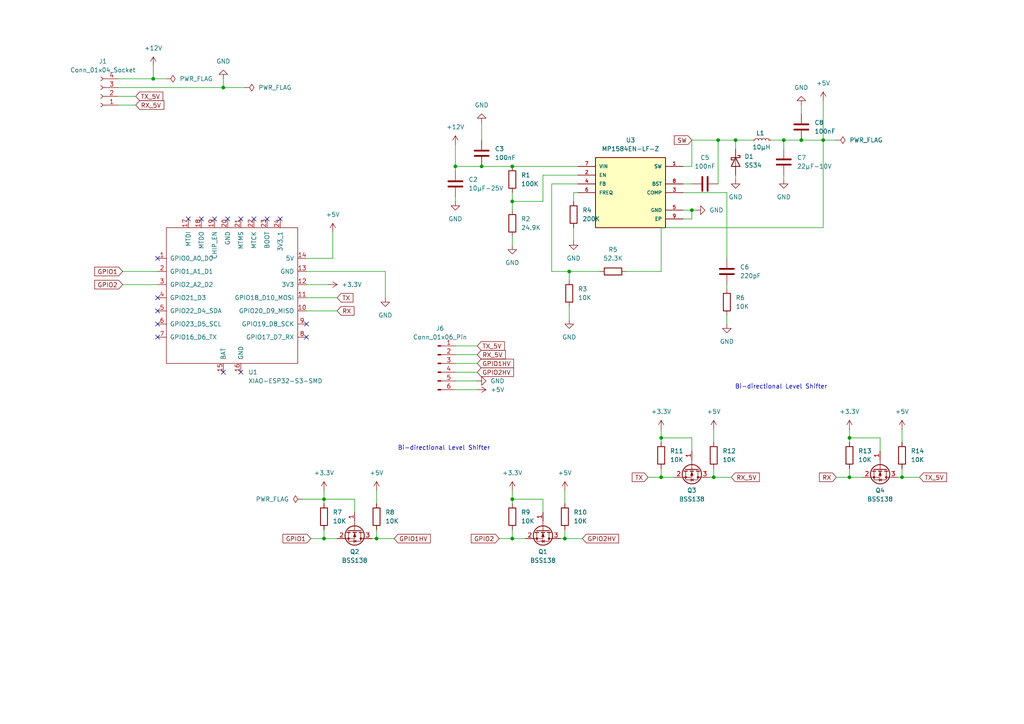
<source format=kicad_sch>
(kicad_sch (version 20250114) (generator "eeschema") (generator_version "9.0")
  (paper "A4")
  (lib_symbols
    (symbol "Connector:Conn_01x04_Socket" (pin_names (offset 1.016) (hide yes))
      (property "Reference" "J" (at 0 5.08 0))
      (property "Value" "Conn_01x04_Socket" (at 0 -7.62 0))
      (symbol "Conn_01x04_Socket_1_1"
        (polyline (pts (xy -1.27 2.54) (xy -0.508 2.54)) (stroke (width 0.1524)))
        (polyline (pts (xy -1.27 0) (xy -0.508 0)) (stroke (width 0.1524)))
        (polyline (pts (xy -1.27 -2.54) (xy -0.508 -2.54)) (stroke (width 0.1524)))
        (polyline (pts (xy -1.27 -5.08) (xy -0.508 -5.08)) (stroke (width 0.1524)))
        (arc (start 0 2.032) (mid -0.5058 2.54) (end 0 3.048) (stroke (width 0.1524)))
        (arc (start 0 -0.508) (mid -0.5058 0) (end 0 0.508) (stroke (width 0.1524)))
        (arc (start 0 -3.048) (mid -0.5058 -2.54) (end 0 -2.032) (stroke (width 0.1524)))
        (arc (start 0 -5.588) (mid -0.5058 -5.08) (end 0 -4.572) (stroke (width 0.1524)))
        (pin passive line (at -5.08 2.54 0) (length 3.81) (name "Pin_1") (number "1"))
        (pin passive line (at -5.08 0 0) (length 3.81) (name "Pin_2") (number "2"))
        (pin passive line (at -5.08 -2.54 0) (length 3.81) (name "Pin_3") (number "3"))
        (pin passive line (at -5.08 -5.08 0) (length 3.81) (name "Pin_4") (number "4"))
      )
    )
    (symbol "Connector:Conn_01x06_Pin" (pin_names (offset 1.016) (hide yes))
      (property "Reference" "J" (at 0 7.62 0))
      (property "Value" "Conn_01x06_Pin" (at 0 -10.16 0))
      (symbol "Conn_01x06_Pin_1_1"
        (rectangle (start 0.8636 5.207) (end 0 4.953) (stroke (width 0.1524)) (fill (type outline)))
        (rectangle (start 0.8636 2.667) (end 0 2.413) (stroke (width 0.1524)) (fill (type outline)))
        (rectangle (start 0.8636 0.127) (end 0 -0.127) (stroke (width 0.1524)) (fill (type outline)))
        (rectangle (start 0.8636 -2.413) (end 0 -2.667) (stroke (width 0.1524)) (fill (type outline)))
        (rectangle (start 0.8636 -4.953) (end 0 -5.207) (stroke (width 0.1524)) (fill (type outline)))
        (rectangle (start 0.8636 -7.493) (end 0 -7.747) (stroke (width 0.1524)) (fill (type outline)))
        (polyline (pts (xy 1.27 5.08) (xy 0.8636 5.08)) (stroke (width 0.1524)))
        (polyline (pts (xy 1.27 2.54) (xy 0.8636 2.54)) (stroke (width 0.1524)))
        (polyline (pts (xy 1.27 0) (xy 0.8636 0)) (stroke (width 0.1524)))
        (polyline (pts (xy 1.27 -2.54) (xy 0.8636 -2.54)) (stroke (width 0.1524)))
        (polyline (pts (xy 1.27 -5.08) (xy 0.8636 -5.08)) (stroke (width 0.1524)))
        (polyline (pts (xy 1.27 -7.62) (xy 0.8636 -7.62)) (stroke (width 0.1524)))
        (pin passive line (at 5.08 5.08 180) (length 3.81) (name "Pin_1") (number "1"))
        (pin passive line (at 5.08 2.54 180) (length 3.81) (name "Pin_2") (number "2"))
        (pin passive line (at 5.08 0 180) (length 3.81) (name "Pin_3") (number "3"))
        (pin passive line (at 5.08 -2.54 180) (length 3.81) (name "Pin_4") (number "4"))
        (pin passive line (at 5.08 -5.08 180) (length 3.81) (name "Pin_5") (number "5"))
        (pin passive line (at 5.08 -7.62 180) (length 3.81) (name "Pin_6") (number "6"))
      )
    )
    (symbol "Device:C" (pin_numbers (hide yes)) (pin_names (offset 0.254))
      (property "Reference" "C" (at 0.635 2.54 0))
      (property "Value" "C" (at 0.635 -2.54 0))
      (symbol "C_0_1"
        (polyline (pts (xy -2.032 0.762) (xy 2.032 0.762)) (stroke (width 0.508)))
        (polyline (pts (xy -2.032 -0.762) (xy 2.032 -0.762)) (stroke (width 0.508)))
      )
      (symbol "C_1_1"
        (pin passive line (at 0 3.81 270) (length 2.794) (name "~") (number "1"))
        (pin passive line (at 0 -3.81 90) (length 2.794) (name "~") (number "2"))
      )
    )
    (symbol "Device:L_Small" (pin_numbers (hide yes)) (pin_names (offset 0.254) (hide yes))
      (property "Reference" "L" (at 0.762 1.016 0))
      (property "Value" "L_Small" (at 0.762 -1.016 0))
      (symbol "L_Small_0_1"
        (arc (start 0 2.032) (mid 0.5058 1.524) (end 0 1.016))
        (arc (start 0 1.016) (mid 0.5058 0.508) (end 0 0))
        (arc (start 0 0) (mid 0.5058 -0.508) (end 0 -1.016))
        (arc (start 0 -1.016) (mid 0.5058 -1.524) (end 0 -2.032))
      )
      (symbol "L_Small_1_1"
        (pin passive line (at 0 2.54 270) (length 0.508) (name "~") (number "1"))
        (pin passive line (at 0 -2.54 90) (length 0.508) (name "~") (number "2"))
      )
    )
    (symbol "Device:R" (pin_numbers (hide yes)) (pin_names (offset 0))
      (property "Reference" "R" (at 2.032 0 90))
      (property "Value" "R" (at 0 0 90))
      (symbol "R_0_1"
        (rectangle (start -1.016 -2.54) (end 1.016 2.54) (stroke (width 0.254)))
      )
      (symbol "R_1_1"
        (pin passive line (at 0 3.81 270) (length 1.27) (name "~") (number "1"))
        (pin passive line (at 0 -3.81 90) (length 1.27) (name "~") (number "2"))
      )
    )
    (symbol "Diode:SS34" (pin_numbers (hide yes)) (pin_names (offset 1.016) (hide yes))
      (property "Reference" "D" (at 0 2.54 0))
      (property "Value" "SS34" (at 0 -2.54 0))
      (symbol "SS34_0_1"
        (polyline (pts (xy -1.905 0.635) (xy -1.905 1.27) (xy -1.27 1.27) (xy -1.27 -1.27) (xy -0.635 -1.27) (xy -0.635 -0.635)) (stroke (width 0.254)))
        (polyline (pts (xy 1.27 1.27) (xy 1.27 -1.27) (xy -1.27 0) (xy 1.27 1.27)) (stroke (width 0.254)))
        (polyline (pts (xy 1.27 0) (xy -1.27 0)))
      )
      (symbol "SS34_1_1"
        (pin passive line (at -3.81 0 0) (length 2.54) (name "K") (number "1"))
        (pin passive line (at 3.81 0 180) (length 2.54) (name "A") (number "2"))
      )
    )
    (symbol "MP1584EN-LF-Z:MP1584EN-LF-Z" (pin_names (offset 1.016))
      (property "Reference" "U" (at -10.1897 10.9615 0))
      (property "Value" "MP1584EN-LF-Z" (at -10.1903 -12.7436 0))
      (symbol "MP1584EN-LF-Z_0_0"
        (rectangle (start -10.16 -10.16) (end 10.16 10.16) (stroke (width 0.254)) (fill (type background)))
        (pin input line (at -15.24 7.62 0) (length 5.08) (name "VIN") (number "7"))
        (pin input line (at -15.24 5.08 0) (length 5.08) (name "EN") (number "2"))
        (pin input line (at -15.24 2.54 0) (length 5.08) (name "FB") (number "4"))
        (pin passive line (at -15.24 0 0) (length 5.08) (name "FREQ") (number "6"))
        (pin output line (at 15.24 7.62 180) (length 5.08) (name "SW") (number "1"))
        (pin passive line (at 15.24 2.54 180) (length 5.08) (name "BST") (number "8"))
        (pin passive line (at 15.24 0 180) (length 5.08) (name "COMP") (number "3"))
        (pin power_in line (at 15.24 -5.08 180) (length 5.08) (name "GND") (number "5"))
        (pin power_in line (at 15.24 -7.62 180) (length 5.08) (name "EP") (number "9"))
      )
    )
    (symbol "Seeed_Studio_XIAO_Series:XIAO-ESP32-C6-SMD" (pin_names (offset 1.016))
      (property "Reference" "U" (at -18.542 23.114 0))
      (property "Value" "XIAO-ESP32-S3-SMD" (at -8.382 21.336 0))
      (symbol "XIAO-ESP32-C6-SMD_0_1"
        (rectangle (start 19.05 -19.05) (end -19.05 20.32))
      )
      (symbol "XIAO-ESP32-C6-SMD_1_1"
        (pin passive line (at -21.59 11.43 0) (length 2.54) (name "GPIO0_A0_D0") (number "1"))
        (pin passive line (at -21.59 7.62 0) (length 2.54) (name "GPIO1_A1_D1") (number "2"))
        (pin passive line (at -21.59 3.81 0) (length 2.54) (name "GPIO2_A2_D2") (number "3"))
        (pin passive line (at -21.59 0 0) (length 2.54) (name "GPIO21_D3") (number "4"))
        (pin passive line (at -21.59 -3.81 0) (length 2.54) (name "GPIO22_D4_SDA") (number "5"))
        (pin passive line (at -21.59 -7.62 0) (length 2.54) (name "GPIO23_D5_SCL") (number "6"))
        (pin passive line (at -21.59 -11.43 0) (length 2.54) (name "GPIO16_D6_TX") (number "7"))
        (pin passive line (at -12.7 22.86 270) (length 2.54) (name "MTDI") (number "17"))
        (pin passive line (at -8.89 22.86 270) (length 2.54) (name "MTDO") (number "18"))
        (pin passive line (at -5.08 22.86 270) (length 2.54) (name "CHIP_EN") (number "19"))
        (pin passive line (at -2.54 -21.59 90) (length 2.54) (name "BAT") (number "15"))
        (pin passive line (at -1.27 22.86 270) (length 2.54) (name "GND") (number "20"))
        (pin passive line (at 2.54 22.86 270) (length 2.54) (name "MTMS") (number "21"))
        (pin passive line (at 2.54 -21.59 90) (length 2.54) (name "GND") (number "16"))
        (pin passive line (at 6.35 22.86 270) (length 2.54) (name "MTCK") (number "22"))
        (pin passive line (at 10.16 22.86 270) (length 2.54) (name "BOOT") (number "23"))
        (pin passive line (at 13.97 22.86 270) (length 2.54) (name "3V3_1") (number "24"))
        (pin passive line (at 21.59 11.43 180) (length 2.54) (name "5V") (number "14"))
        (pin passive line (at 21.59 7.62 180) (length 2.54) (name "GND") (number "13"))
        (pin passive line (at 21.59 3.81 180) (length 2.54) (name "3V3") (number "12"))
        (pin passive line (at 21.59 0 180) (length 2.54) (name "GPIO18_D10_MOSI") (number "11"))
        (pin passive line (at 21.59 -3.81 180) (length 2.54) (name "GPIO20_D9_MISO") (number "10"))
        (pin passive line (at 21.59 -7.62 180) (length 2.54) (name "GPIO19_D8_SCK") (number "9"))
        (pin passive line (at 21.59 -11.43 180) (length 2.54) (name "GPIO17_D7_RX") (number "8"))
      )
    )
    (symbol "Transistor_FET:BSS138" (pin_names (offset 0) (hide yes))
      (property "Reference" "Q" (at 5.08 1.905 0))
      (property "Value" "BSS138" (at 5.08 0 0))
      (symbol "BSS138_0_1"
        (polyline (pts (xy 0.254 1.905) (xy 0.254 -1.905)) (stroke (width 0.254)))
        (polyline (pts (xy 0.254 0) (xy -2.54 0)))
        (polyline (pts (xy 0.762 2.286) (xy 0.762 1.27)) (stroke (width 0.254)))
        (polyline (pts (xy 0.762 0.508) (xy 0.762 -0.508)) (stroke (width 0.254)))
        (polyline (pts (xy 0.762 -1.27) (xy 0.762 -2.286)) (stroke (width 0.254)))
        (polyline (pts (xy 0.762 -1.778) (xy 3.302 -1.778) (xy 3.302 1.778) (xy 0.762 1.778)))
        (polyline (pts (xy 1.016 0) (xy 2.032 0.381) (xy 2.032 -0.381) (xy 1.016 0)) (fill (type outline)))
        (circle (center 1.651 0) (radius 2.794) (stroke (width 0.254)))
        (polyline (pts (xy 2.54 2.54) (xy 2.54 1.778)))
        (circle (center 2.54 1.778) (radius 0.254) (fill (type outline)))
        (circle (center 2.54 -1.778) (radius 0.254) (fill (type outline)))
        (polyline (pts (xy 2.54 -2.54) (xy 2.54 0) (xy 0.762 0)))
        (polyline (pts (xy 2.921 0.381) (xy 3.683 0.381)))
        (polyline (pts (xy 3.302 0.381) (xy 2.921 -0.254) (xy 3.683 -0.254) (xy 3.302 0.381)))
      )
      (symbol "BSS138_1_1"
        (pin input line (at -5.08 0 0) (length 2.54) (name "G") (number "1"))
        (pin passive line (at 2.54 5.08 270) (length 2.54) (name "D") (number "3"))
        (pin passive line (at 2.54 -5.08 90) (length 2.54) (name "S") (number "2"))
      )
    )
    (symbol "power:+12V" (power) (pin_numbers (hide yes)) (pin_names (offset 0) (hide yes))
      (property "Value" "+12V" (at 0 3.556 0))
      (symbol "+12V_0_1"
        (polyline (pts (xy -0.762 1.27) (xy 0 2.54)))
        (polyline (pts (xy 0 2.54) (xy 0.762 1.27)))
        (polyline (pts (xy 0 0) (xy 0 2.54)))
      )
      (symbol "+12V_1_1"
        (pin power_in line (at 0 0 90) (length 0) (name "~") (number "1"))
      )
    )
    (symbol "power:+3.3V" (power) (pin_numbers (hide yes)) (pin_names (offset 0) (hide yes))
      (property "Value" "+3.3V" (at 0 3.556 0))
      (symbol "+3.3V_0_1"
        (polyline (pts (xy -0.762 1.27) (xy 0 2.54)))
        (polyline (pts (xy 0 2.54) (xy 0.762 1.27)))
        (polyline (pts (xy 0 0) (xy 0 2.54)))
      )
      (symbol "+3.3V_1_1"
        (pin power_in line (at 0 0 90) (length 0) (name "~") (number "1"))
      )
    )
    (symbol "power:+5V" (power) (pin_numbers (hide yes)) (pin_names (offset 0) (hide yes))
      (property "Value" "+5V" (at 0 3.556 0))
      (symbol "+5V_0_1"
        (polyline (pts (xy -0.762 1.27) (xy 0 2.54)))
        (polyline (pts (xy 0 2.54) (xy 0.762 1.27)))
        (polyline (pts (xy 0 0) (xy 0 2.54)))
      )
      (symbol "+5V_1_1"
        (pin power_in line (at 0 0 90) (length 0) (name "~") (number "1"))
      )
    )
    (symbol "power:GND" (power) (pin_numbers (hide yes)) (pin_names (offset 0) (hide yes))
      (property "Value" "GND" (at 0 -3.81 0))
      (symbol "GND_0_1"
        (polyline (pts (xy 0 0) (xy 0 -1.27) (xy 1.27 -1.27) (xy 0 -2.54) (xy -1.27 -1.27) (xy 0 -1.27)))
      )
      (symbol "GND_1_1"
        (pin power_in line (at 0 0 270) (length 0) (name "~") (number "1"))
      )
    )
    (symbol "power:PWR_FLAG" (power) (pin_numbers (hide yes)) (pin_names (offset 0) (hide yes))
      (property "Value" "PWR_FLAG" (at 0 3.81 0))
      (symbol "PWR_FLAG_0_0"
        (pin power_out line (at 0 0 90) (length 0) (name "~") (number "1"))
      )
      (symbol "PWR_FLAG_0_1"
        (polyline (pts (xy 0 0) (xy 0 1.27) (xy -1.016 1.905) (xy 0 2.54) (xy 1.016 1.905) (xy 0 1.27)))
      )
    )
  )
  (text "Bi-directional Level Shifter" (at 128.778 130.048 0) (effects (font (size 1.27 1.27))))
  (text "Bi-directional Level Shifter" (at 226.568 112.268 0) (effects (font (size 1.27 1.27))))
  (junction (at 238.76 40.64))
  (junction (at 148.59 156.21))
  (junction (at 139.7 48.26))
  (junction (at 93.98 156.21))
  (junction (at 165.1 78.74))
  (junction (at 227.33 40.64))
  (junction (at 44.45 22.86))
  (junction (at 132.08 48.26))
  (junction (at 148.59 48.26))
  (junction (at 207.01 138.43))
  (junction (at 261.62 138.43))
  (junction (at 246.38 138.43))
  (junction (at 109.22 156.21))
  (junction (at 148.59 58.42))
  (junction (at 213.36 40.64))
  (junction (at 148.59 144.78))
  (junction (at 208.28 40.64))
  (junction (at 191.77 138.43))
  (junction (at 200.66 60.96))
  (junction (at 93.98 144.78))
  (junction (at 232.41 40.64))
  (junction (at 246.38 127))
  (junction (at 64.77 25.4))
  (junction (at 163.83 156.21))
  (junction (at 191.77 127))
  (no_connect (at 45.72 74.93))
  (no_connect (at 45.72 93.98))
  (no_connect (at 45.72 90.17))
  (no_connect (at 81.28 63.5))
  (no_connect (at 58.42 63.5))
  (no_connect (at 45.72 97.79))
  (no_connect (at 69.85 63.5))
  (no_connect (at 66.04 63.5))
  (no_connect (at 69.85 107.95))
  (no_connect (at 88.9 93.98))
  (no_connect (at 64.77 107.95))
  (no_connect (at 88.9 97.79))
  (no_connect (at 62.23 63.5))
  (no_connect (at 45.72 86.36))
  (no_connect (at 54.61 63.5))
  (no_connect (at 73.66 63.5))
  (no_connect (at 77.47 63.5))
  (wire (pts (xy 201.93 60.96) (xy 200.66 60.96)))
  (wire (pts (xy 157.48 144.78) (xy 148.59 144.78)))
  (wire (pts (xy 132.08 48.26) (xy 132.08 49.53)))
  (wire (pts (xy 198.12 53.34) (xy 200.66 53.34)))
  (wire (pts (xy 227.33 40.64) (xy 227.33 43.18)))
  (wire (pts (xy 191.77 138.43) (xy 191.77 135.89)))
  (wire (pts (xy 102.87 148.59) (xy 102.87 144.78)))
  (wire (pts (xy 148.59 142.24) (xy 148.59 144.78)))
  (wire (pts (xy 88.9 82.55) (xy 95.25 82.55)))
  (wire (pts (xy 261.62 124.46) (xy 261.62 128.27)))
  (wire (pts (xy 109.22 156.21) (xy 114.3 156.21)))
  (wire (pts (xy 167.64 50.8) (xy 157.48 50.8)))
  (wire (pts (xy 163.83 142.24) (xy 163.83 146.05)))
  (wire (pts (xy 93.98 144.78) (xy 93.98 146.05)))
  (wire (pts (xy 232.41 30.48) (xy 232.41 33.02)))
  (wire (pts (xy 191.77 66.04) (xy 238.76 66.04)))
  (wire (pts (xy 163.83 156.21) (xy 168.91 156.21)))
  (wire (pts (xy 148.59 68.58) (xy 148.59 71.12)))
  (wire (pts (xy 227.33 50.8) (xy 227.33 52.07)))
  (wire (pts (xy 132.08 113.03) (xy 138.43 113.03)))
  (wire (pts (xy 132.08 107.95) (xy 138.43 107.95)))
  (wire (pts (xy 261.62 138.43) (xy 266.7 138.43)))
  (wire (pts (xy 207.01 138.43) (xy 207.01 135.89)))
  (wire (pts (xy 213.36 40.64) (xy 218.44 40.64)))
  (wire (pts (xy 157.48 148.59) (xy 157.48 144.78)))
  (wire (pts (xy 88.9 90.17) (xy 97.79 90.17)))
  (wire (pts (xy 132.08 102.87) (xy 138.43 102.87)))
  (wire (pts (xy 181.61 78.74) (xy 191.77 78.74)))
  (wire (pts (xy 166.37 66.04) (xy 166.37 69.85)))
  (wire (pts (xy 148.59 144.78) (xy 148.59 146.05)))
  (wire (pts (xy 200.66 40.64) (xy 208.28 40.64)))
  (wire (pts (xy 132.08 41.91) (xy 132.08 48.26)))
  (wire (pts (xy 238.76 66.04) (xy 238.76 40.64)))
  (wire (pts (xy 139.7 48.26) (xy 132.08 48.26)))
  (wire (pts (xy 64.77 25.4) (xy 64.77 22.86)))
  (wire (pts (xy 191.77 124.46) (xy 191.77 127)))
  (wire (pts (xy 207.01 124.46) (xy 207.01 128.27)))
  (wire (pts (xy 97.79 156.21) (xy 93.98 156.21)))
  (wire (pts (xy 109.22 142.24) (xy 109.22 146.05)))
  (wire (pts (xy 34.29 22.86) (xy 44.45 22.86)))
  (wire (pts (xy 198.12 55.88) (xy 210.82 55.88)))
  (wire (pts (xy 238.76 29.21) (xy 238.76 40.64)))
  (wire (pts (xy 238.76 40.64) (xy 242.57 40.64)))
  (wire (pts (xy 166.37 55.88) (xy 166.37 58.42)))
  (wire (pts (xy 34.29 25.4) (xy 64.77 25.4)))
  (wire (pts (xy 87.63 144.78) (xy 93.98 144.78)))
  (wire (pts (xy 148.59 48.26) (xy 139.7 48.26)))
  (wire (pts (xy 198.12 63.5) (xy 200.66 63.5)))
  (wire (pts (xy 195.58 138.43) (xy 191.77 138.43)))
  (wire (pts (xy 93.98 142.24) (xy 93.98 144.78)))
  (wire (pts (xy 200.66 63.5) (xy 200.66 60.96)))
  (wire (pts (xy 93.98 144.78) (xy 102.87 144.78)))
  (wire (pts (xy 160.02 78.74) (xy 165.1 78.74)))
  (wire (pts (xy 208.28 40.64) (xy 208.28 53.34)))
  (wire (pts (xy 148.59 55.88) (xy 148.59 58.42)))
  (wire (pts (xy 132.08 105.41) (xy 138.43 105.41)))
  (wire (pts (xy 255.27 130.81) (xy 255.27 127)))
  (wire (pts (xy 34.29 27.94) (xy 39.37 27.94)))
  (wire (pts (xy 187.96 138.43) (xy 191.77 138.43)))
  (wire (pts (xy 165.1 78.74) (xy 173.99 78.74)))
  (wire (pts (xy 96.52 74.93) (xy 96.52 67.31)))
  (wire (pts (xy 232.41 40.64) (xy 227.33 40.64)))
  (wire (pts (xy 34.29 30.48) (xy 39.37 30.48)))
  (wire (pts (xy 210.82 82.55) (xy 210.82 83.82)))
  (wire (pts (xy 255.27 127) (xy 246.38 127)))
  (wire (pts (xy 163.83 156.21) (xy 163.83 153.67)))
  (wire (pts (xy 139.7 35.56) (xy 139.7 40.64)))
  (wire (pts (xy 191.77 78.74) (xy 191.77 66.04)))
  (wire (pts (xy 167.64 55.88) (xy 166.37 55.88)))
  (wire (pts (xy 148.59 48.26) (xy 167.64 48.26)))
  (wire (pts (xy 205.74 138.43) (xy 207.01 138.43)))
  (wire (pts (xy 246.38 124.46) (xy 246.38 127)))
  (wire (pts (xy 44.45 22.86) (xy 48.26 22.86)))
  (wire (pts (xy 200.66 48.26) (xy 200.66 40.64)))
  (wire (pts (xy 242.57 138.43) (xy 246.38 138.43)))
  (wire (pts (xy 191.77 127) (xy 191.77 128.27)))
  (wire (pts (xy 35.56 78.74) (xy 45.72 78.74)))
  (wire (pts (xy 111.76 86.36) (xy 111.76 78.74)))
  (wire (pts (xy 167.64 53.34) (xy 160.02 53.34)))
  (wire (pts (xy 213.36 40.64) (xy 213.36 43.18)))
  (wire (pts (xy 261.62 138.43) (xy 261.62 135.89)))
  (wire (pts (xy 93.98 156.21) (xy 93.98 153.67)))
  (wire (pts (xy 148.59 156.21) (xy 148.59 153.67)))
  (wire (pts (xy 165.1 88.9) (xy 165.1 92.71)))
  (wire (pts (xy 260.35 138.43) (xy 261.62 138.43)))
  (wire (pts (xy 162.56 156.21) (xy 163.83 156.21)))
  (wire (pts (xy 111.76 78.74) (xy 88.9 78.74)))
  (wire (pts (xy 208.28 40.64) (xy 213.36 40.64)))
  (wire (pts (xy 107.95 156.21) (xy 109.22 156.21)))
  (wire (pts (xy 246.38 138.43) (xy 246.38 135.89)))
  (wire (pts (xy 210.82 91.44) (xy 210.82 93.98)))
  (wire (pts (xy 148.59 58.42) (xy 148.59 60.96)))
  (wire (pts (xy 200.66 130.81) (xy 200.66 127)))
  (wire (pts (xy 210.82 55.88) (xy 210.82 74.93)))
  (wire (pts (xy 64.77 25.4) (xy 71.12 25.4)))
  (wire (pts (xy 90.17 156.21) (xy 93.98 156.21)))
  (wire (pts (xy 200.66 60.96) (xy 198.12 60.96)))
  (wire (pts (xy 88.9 74.93) (xy 96.52 74.93)))
  (wire (pts (xy 165.1 78.74) (xy 165.1 81.28)))
  (wire (pts (xy 250.19 138.43) (xy 246.38 138.43)))
  (wire (pts (xy 144.78 156.21) (xy 148.59 156.21)))
  (wire (pts (xy 88.9 86.36) (xy 97.79 86.36)))
  (wire (pts (xy 223.52 40.64) (xy 227.33 40.64)))
  (wire (pts (xy 132.08 57.15) (xy 132.08 58.42)))
  (wire (pts (xy 207.01 138.43) (xy 212.09 138.43)))
  (wire (pts (xy 35.56 82.55) (xy 45.72 82.55)))
  (wire (pts (xy 109.22 156.21) (xy 109.22 153.67)))
  (wire (pts (xy 132.08 110.49) (xy 138.43 110.49)))
  (wire (pts (xy 246.38 127) (xy 246.38 128.27)))
  (wire (pts (xy 44.45 19.05) (xy 44.45 22.86)))
  (wire (pts (xy 213.36 50.8) (xy 213.36 52.07)))
  (wire (pts (xy 148.59 58.42) (xy 157.48 58.42)))
  (wire (pts (xy 191.77 127) (xy 200.66 127)))
  (wire (pts (xy 152.4 156.21) (xy 148.59 156.21)))
  (wire (pts (xy 238.76 40.64) (xy 232.41 40.64)))
  (wire (pts (xy 198.12 48.26) (xy 200.66 48.26)))
  (wire (pts (xy 157.48 50.8) (xy 157.48 58.42)))
  (wire (pts (xy 132.08 100.33) (xy 138.43 100.33)))
  (wire (pts (xy 160.02 53.34) (xy 160.02 78.74)))
  (global_label "GPIO1HV" (shape input) (at 114.3 156.21 0) (property "Intersheetrefs" "${INTERSHEET_REFS}" (effects (hide yes))))
  (global_label "GPIO2HV" (shape input) (at 138.43 107.95 0) (property "Intersheetrefs" "${INTERSHEET_REFS}" (effects (hide yes))))
  (global_label "RX" (shape input) (at 97.79 90.17 0) (property "Intersheetrefs" "${INTERSHEET_REFS}" (effects (hide yes))))
  (global_label "RX_5V" (shape input) (at 212.09 138.43 0) (property "Intersheetrefs" "${INTERSHEET_REFS}" (effects (hide yes))))
  (global_label "RX_5V" (shape input) (at 138.43 102.87 0) (property "Intersheetrefs" "${INTERSHEET_REFS}" (effects (hide yes))))
  (global_label "GPIO1HV" (shape input) (at 138.43 105.41 0) (property "Intersheetrefs" "${INTERSHEET_REFS}" (effects (hide yes))))
  (global_label "TX" (shape input) (at 97.79 86.36 0) (property "Intersheetrefs" "${INTERSHEET_REFS}" (effects (hide yes))))
  (global_label "TX" (shape input) (at 187.96 138.43 180) (property "Intersheetrefs" "${INTERSHEET_REFS}" (effects (hide yes))))
  (global_label "GPIO2HV" (shape input) (at 168.91 156.21 0) (property "Intersheetrefs" "${INTERSHEET_REFS}" (effects (hide yes))))
  (global_label "RX" (shape input) (at 242.57 138.43 180) (property "Intersheetrefs" "${INTERSHEET_REFS}" (effects (hide yes))))
  (global_label "TX_5V" (shape input) (at 39.37 27.94 0) (property "Intersheetrefs" "${INTERSHEET_REFS}" (effects (hide yes))))
  (global_label "RX_5V" (shape input) (at 39.37 30.48 0) (property "Intersheetrefs" "${INTERSHEET_REFS}" (effects (hide yes))))
  (global_label "TX_5V" (shape input) (at 138.43 100.33 0) (property "Intersheetrefs" "${INTERSHEET_REFS}" (effects (hide yes))))
  (global_label "GPIO2" (shape input) (at 144.78 156.21 180) (property "Intersheetrefs" "${INTERSHEET_REFS}" (effects (hide yes))))
  (global_label "TX_5V" (shape input) (at 266.7 138.43 0) (property "Intersheetrefs" "${INTERSHEET_REFS}" (effects (hide yes))))
  (global_label "SW" (shape input) (at 200.66 40.64 180) (property "Intersheetrefs" "${INTERSHEET_REFS}" (effects (hide yes))))
  (global_label "GPIO1" (shape input) (at 35.56 78.74 180) (property "Intersheetrefs" "${INTERSHEET_REFS}" (effects (hide yes))))
  (global_label "GPIO2" (shape input) (at 35.56 82.55 180) (property "Intersheetrefs" "${INTERSHEET_REFS}" (effects (hide yes))))
  (global_label "GPIO1" (shape input) (at 90.17 156.21 180) (property "Intersheetrefs" "${INTERSHEET_REFS}" (effects (hide yes))))
  (symbol (lib_id "Connector:Conn_01x06_Pin") (at 127 105.41 0) (unit 1)
    (property "Reference" "J6" (at 127.635 95.25 0))
    (property "Value" "Conn_01x06_Pin" (at 127.635 97.79 0))
    (property "Footprint" "Connector_JST:JST_SH_BM06B-SRSS-TB_1x06-1MP_P1.00mm_Vertical" (effects (hide yes)))
    (property "Description" "Generic connector, single row, 01x06, script generated" (effects (hide yes)))
  )
  (symbol (lib_id "power:+5V") (at 163.83 142.24 0) (unit 1)
    (property "Reference" "#PWR04" (effects (hide yes)))
    (property "Value" "+5V" (at 163.83 137.16 0))
    (property "Description" "Power symbol creates a global label with name \"+5V\"" (effects (hide yes)))
  )
  (symbol (lib_id "power:GND") (at 201.93 60.96 90) (unit 1)
    (property "Reference" "#PWR019" (effects (hide yes)))
    (property "Value" "GND" (at 205.74 60.9599 90) (effects (justify right)))
    (property "Description" "Power symbol creates a global label with name \"GND\" , ground" (effects (hide yes)))
  )
  (symbol (lib_id "power:+5V") (at 96.52 67.31 0) (unit 1)
    (property "Reference" "#PWR06" (effects (hide yes)))
    (property "Value" "+5V" (at 96.52 62.23 0))
    (property "Description" "Power symbol creates a global label with name \"+5V\"" (effects (hide yes)))
  )
  (symbol (lib_id "power:GND") (at 213.36 52.07 0) (unit 1)
    (property "Reference" "#PWR021" (effects (hide yes)))
    (property "Value" "GND" (at 213.36 57.15 0))
    (property "Description" "Power symbol creates a global label with name \"GND\" , ground" (effects (hide yes)))
  )
  (symbol (lib_id "power:GND") (at 166.37 69.85 0) (unit 1)
    (property "Reference" "#PWR018" (effects (hide yes)))
    (property "Value" "GND" (at 166.37 74.93 0))
    (property "Description" "Power symbol creates a global label with name \"GND\" , ground" (effects (hide yes)))
  )
  (symbol (lib_id "Transistor_FET:BSS138") (at 255.27 135.89 270) (unit 1)
    (property "Reference" "Q4" (at 255.27 142.24 90))
    (property "Value" "BSS138" (at 255.27 144.78 90))
    (property "Footprint" "Package_TO_SOT_SMD:SOT-23" (effects (hide yes)))
    (property "Datasheet" "https://www.onsemi.com/pub/Collateral/BSS138-D.PDF" (effects (hide yes)))
    (property "Description" "50V Vds, 0.22A Id, N-Channel MOSFET, SOT-23" (effects (hide yes)))
  )
  (symbol (lib_id "power:+3.3V") (at 191.77 124.46 0) (unit 1)
    (property "Reference" "#PWR08" (effects (hide yes)))
    (property "Value" "+3.3V" (at 191.77 119.38 0))
    (property "Description" "Power symbol creates a global label with name \"+3.3V\"" (effects (hide yes)))
  )
  (symbol (lib_id "Transistor_FET:BSS138") (at 200.66 135.89 270) (unit 1)
    (property "Reference" "Q3" (at 200.66 142.24 90))
    (property "Value" "BSS138" (at 200.66 144.78 90))
    (property "Footprint" "Package_TO_SOT_SMD:SOT-23" (effects (hide yes)))
    (property "Datasheet" "https://www.onsemi.com/pub/Collateral/BSS138-D.PDF" (effects (hide yes)))
    (property "Description" "50V Vds, 0.22A Id, N-Channel MOSFET, SOT-23" (effects (hide yes)))
  )
  (symbol (lib_id "power:+3.3V") (at 148.59 142.24 0) (unit 1)
    (property "Reference" "#PWR03" (effects (hide yes)))
    (property "Value" "+3.3V" (at 148.59 137.16 0))
    (property "Description" "Power symbol creates a global label with name \"+3.3V\"" (effects (hide yes)))
  )
  (symbol (lib_id "MP1584EN-LF-Z:MP1584EN-LF-Z") (at 182.88 55.88 0) (unit 1)
    (property "Reference" "U3" (at 182.88 40.64 0))
    (property "Value" "MP1584EN-LF-Z" (at 182.88 43.18 0))
    (property "Footprint" "Package_SO:SOIC-8-1EP_3.9x4.9mm_P1.27mm_EP2.29x3mm" (effects (hide yes)))
    (property "STANDARD" "IPC-7351B" (effects (hide yes)))
    (property "PACKAGE" "SOIC-8" (effects (hide yes)))
    (property "PRICE" "2.72 USD" (effects (hide yes)))
    (property "MANUFACTURER" "Monolithic Power Systems" (effects (hide yes)))
  )
  (symbol (lib_id "Device:R") (at 148.59 149.86 0) (unit 1)
    (property "Reference" "R9" (at 151.13 148.5899 0) (effects (justify left)))
    (property "Value" "10K" (at 151.13 151.1299 0) (effects (justify left)))
    (property "Footprint" "Resistor_SMD:R_0805_2012Metric" (effects (hide yes)))
    (property "Description" "Resistor" (effects (hide yes)))
  )
  (symbol (lib_id "Device:R") (at 261.62 132.08 0) (unit 1)
    (property "Reference" "R14" (at 264.16 130.8099 0) (effects (justify left)))
    (property "Value" "10K" (at 264.16 133.3499 0) (effects (justify left)))
    (property "Footprint" "Resistor_SMD:R_0805_2012Metric" (effects (hide yes)))
    (property "Description" "Resistor" (effects (hide yes)))
  )
  (symbol (lib_id "Device:L_Small") (at 220.98 40.64 90) (unit 1)
    (property "Reference" "L1" (at 221.742 38.608 90) (effects (justify left)))
    (property "Value" "10µH" (at 223.52 42.672 90) (effects (justify left)))
    (property "Footprint" "Inductor_SMD:L_APV_APH0530" (effects (hide yes)))
    (property "Description" "Inductor, small symbol" (effects (hide yes)))
  )
  (symbol (lib_id "power:GND") (at 165.1 92.71 0) (unit 1)
    (property "Reference" "#PWR017" (effects (hide yes)))
    (property "Value" "GND" (at 165.1 97.79 0))
    (property "Description" "Power symbol creates a global label with name \"GND\" , ground" (effects (hide yes)))
  )
  (symbol (lib_id "Device:C") (at 132.08 53.34 0) (unit 1)
    (property "Reference" "C2" (at 135.89 52.0699 0) (effects (justify left)))
    (property "Value" "10µF-25V" (at 135.89 54.6099 0) (effects (justify left)))
    (property "Footprint" "Capacitor_SMD:C_1206_3216Metric" (effects (hide yes)))
    (property "Description" "Unpolarized capacitor" (effects (hide yes)))
  )
  (symbol (lib_id "power:+5V") (at 207.01 124.46 0) (unit 1)
    (property "Reference" "#PWR011" (effects (hide yes)))
    (property "Value" "+5V" (at 207.01 119.38 0))
    (property "Description" "Power symbol creates a global label with name \"+5V\"" (effects (hide yes)))
  )
  (symbol (lib_id "power:GND") (at 138.43 110.49 90) (unit 1)
    (property "Reference" "#PWR027" (effects (hide yes)))
    (property "Value" "GND" (at 142.24 110.4899 90) (effects (justify right)))
    (property "Description" "Power symbol creates a global label with name \"GND\" , ground" (effects (hide yes)))
  )
  (symbol (lib_id "Device:R") (at 207.01 132.08 0) (unit 1)
    (property "Reference" "R12" (at 209.55 130.8099 0) (effects (justify left)))
    (property "Value" "10K" (at 209.55 133.3499 0) (effects (justify left)))
    (property "Footprint" "Resistor_SMD:R_0805_2012Metric" (effects (hide yes)))
    (property "Description" "Resistor" (effects (hide yes)))
  )
  (symbol (lib_id "power:+5V") (at 138.43 113.03 270) (unit 1)
    (property "Reference" "#PWR025" (effects (hide yes)))
    (property "Value" "+5V" (at 142.24 113.0299 90) (effects (justify left)))
    (property "Description" "Power symbol creates a global label with name \"+5V\"" (effects (hide yes)))
  )
  (symbol (lib_id "Seeed_Studio_XIAO_Series:XIAO-ESP32-C6-SMD") (at 67.31 86.36 0) (unit 1)
    (property "Reference" "U1" (at 71.9933 107.95 0) (effects (justify left)))
    (property "Value" "XIAO-ESP32-S3-SMD" (at 71.9933 110.49 0) (effects (justify left)))
    (property "Footprint" "acw02_zb:XIAO-ESP32C6-SMD" (effects (hide yes)))
  )
  (symbol (lib_id "power:GND") (at 64.77 22.86 180) (unit 1)
    (property "Reference" "#PWR01" (effects (hide yes)))
    (property "Value" "GND" (at 64.77 17.78 0))
    (property "Description" "Power symbol creates a global label with name \"GND\" , ground" (effects (hide yes)))
  )
  (symbol (lib_id "power:GND") (at 227.33 52.07 0) (unit 1)
    (property "Reference" "#PWR022" (effects (hide yes)))
    (property "Value" "GND" (at 227.33 57.15 0))
    (property "Description" "Power symbol creates a global label with name \"GND\" , ground" (effects (hide yes)))
  )
  (symbol (lib_id "Device:R") (at 165.1 85.09 0) (unit 1)
    (property "Reference" "R3" (at 167.64 83.8199 0) (effects (justify left)))
    (property "Value" "10K" (at 167.64 86.3599 0) (effects (justify left)))
    (property "Footprint" "Resistor_SMD:R_0805_2012Metric" (effects (hide yes)))
    (property "Description" "Resistor" (effects (hide yes)))
  )
  (symbol (lib_id "power:+5V") (at 261.62 124.46 0) (unit 1)
    (property "Reference" "#PWR014" (effects (hide yes)))
    (property "Value" "+5V" (at 261.62 119.38 0))
    (property "Description" "Power symbol creates a global label with name \"+5V\"" (effects (hide yes)))
  )
  (symbol (lib_id "Device:R") (at 93.98 149.86 0) (unit 1)
    (property "Reference" "R7" (at 96.52 148.5899 0) (effects (justify left)))
    (property "Value" "10K" (at 96.52 151.1299 0) (effects (justify left)))
    (property "Footprint" "Resistor_SMD:R_0805_2012Metric" (effects (hide yes)))
    (property "Description" "Resistor" (effects (hide yes)))
  )
  (symbol (lib_id "power:+5V") (at 109.22 142.24 0) (unit 1)
    (property "Reference" "#PWR029" (effects (hide yes)))
    (property "Value" "+5V" (at 109.22 137.16 0))
    (property "Description" "Power symbol creates a global label with name \"+5V\"" (effects (hide yes)))
  )
  (symbol (lib_id "power:PWR_FLAG") (at 87.63 144.78 90) (unit 1)
    (property "Reference" "#FLG03" (effects (hide yes)))
    (property "Value" "PWR_FLAG" (at 83.82 144.7799 90) (effects (justify left)))
    (property "Description" "Special symbol for telling ERC where power comes from" (effects (hide yes)))
  )
  (symbol (lib_id "power:PWR_FLAG") (at 48.26 22.86 270) (unit 1)
    (property "Reference" "#FLG01" (effects (hide yes)))
    (property "Value" "PWR_FLAG" (at 52.07 22.8599 90) (effects (justify left)))
    (property "Description" "Special symbol for telling ERC where power comes from" (effects (hide yes)))
  )
  (symbol (lib_id "Device:C") (at 139.7 44.45 180) (unit 1)
    (property "Reference" "C3" (at 143.51 43.1799 0) (effects (justify right)))
    (property "Value" "100nF" (at 143.51 45.7199 0) (effects (justify right)))
    (property "Footprint" "Capacitor_SMD:C_1206_3216Metric" (effects (hide yes)))
    (property "Description" "Unpolarized capacitor" (effects (hide yes)))
  )
  (symbol (lib_id "Device:R") (at 166.37 62.23 0) (unit 1)
    (property "Reference" "R4" (at 168.91 60.9599 0) (effects (justify left)))
    (property "Value" "200K" (at 168.91 63.4999 0) (effects (justify left)))
    (property "Footprint" "Resistor_SMD:R_0805_2012Metric" (effects (hide yes)))
    (property "Description" "Resistor" (effects (hide yes)))
  )
  (symbol (lib_id "Device:C") (at 210.82 78.74 0) (unit 1)
    (property "Reference" "C6" (at 214.63 77.4699 0) (effects (justify left)))
    (property "Value" "220pF" (at 214.63 80.0099 0) (effects (justify left)))
    (property "Footprint" "Capacitor_SMD:C_0805_2012Metric" (effects (hide yes)))
    (property "Description" "Unpolarized capacitor" (effects (hide yes)))
  )
  (symbol (lib_id "power:+3.3V") (at 95.25 82.55 270) (unit 1)
    (property "Reference" "#PWR05" (effects (hide yes)))
    (property "Value" "+3.3V" (at 99.06 82.5499 90) (effects (justify left)))
    (property "Description" "Power symbol creates a global label with name \"+3.3V\"" (effects (hide yes)))
  )
  (symbol (lib_id "Device:C") (at 204.47 53.34 90) (unit 1)
    (property "Reference" "C5" (at 204.47 45.72 90))
    (property "Value" "100nF" (at 204.47 48.26 90))
    (property "Footprint" "Capacitor_SMD:C_1206_3216Metric" (effects (hide yes)))
    (property "Description" "Unpolarized capacitor" (effects (hide yes)))
  )
  (symbol (lib_id "power:GND") (at 232.41 30.48 180) (unit 1)
    (property "Reference" "#PWR023" (effects (hide yes)))
    (property "Value" "GND" (at 232.41 25.4 0))
    (property "Description" "Power symbol creates a global label with name \"GND\" , ground" (effects (hide yes)))
  )
  (symbol (lib_id "Device:R") (at 163.83 149.86 0) (unit 1)
    (property "Reference" "R10" (at 166.37 148.5899 0) (effects (justify left)))
    (property "Value" "10K" (at 166.37 151.1299 0) (effects (justify left)))
    (property "Footprint" "Resistor_SMD:R_0805_2012Metric" (effects (hide yes)))
    (property "Description" "Resistor" (effects (hide yes)))
  )
  (symbol (lib_id "power:+12V") (at 132.08 41.91 0) (unit 1)
    (property "Reference" "#PWR09" (effects (hide yes)))
    (property "Value" "+12V" (at 132.08 36.83 0))
    (property "Description" "Power symbol creates a global label with name \"+12V\"" (effects (hide yes)))
  )
  (symbol (lib_id "Device:C") (at 227.33 46.99 0) (unit 1)
    (property "Reference" "C7" (at 231.14 45.7199 0) (effects (justify left)))
    (property "Value" "22µF-10V" (at 231.14 48.2599 0) (effects (justify left)))
    (property "Footprint" "Capacitor_SMD:C_1206_3216Metric" (effects (hide yes)))
    (property "Description" "Unpolarized capacitor" (effects (hide yes)))
  )
  (symbol (lib_id "power:GND") (at 139.7 35.56 180) (unit 1)
    (property "Reference" "#PWR013" (effects (hide yes)))
    (property "Value" "GND" (at 139.7 30.48 0))
    (property "Description" "Power symbol creates a global label with name \"GND\" , ground" (effects (hide yes)))
  )
  (symbol (lib_id "power:GND") (at 148.59 71.12 0) (unit 1)
    (property "Reference" "#PWR015" (effects (hide yes)))
    (property "Value" "GND" (at 148.59 76.2 0))
    (property "Description" "Power symbol creates a global label with name \"GND\" , ground" (effects (hide yes)))
  )
  (symbol (lib_id "power:PWR_FLAG") (at 71.12 25.4 270) (unit 1)
    (property "Reference" "#FLG02" (effects (hide yes)))
    (property "Value" "PWR_FLAG" (at 74.93 25.3999 90) (effects (justify left)))
    (property "Description" "Special symbol for telling ERC where power comes from" (effects (hide yes)))
  )
  (symbol (lib_id "Device:R") (at 191.77 132.08 0) (unit 1)
    (property "Reference" "R11" (at 194.31 130.8099 0) (effects (justify left)))
    (property "Value" "10K" (at 194.31 133.3499 0) (effects (justify left)))
    (property "Footprint" "Resistor_SMD:R_0805_2012Metric" (effects (hide yes)))
    (property "Description" "Resistor" (effects (hide yes)))
  )
  (symbol (lib_id "power:PWR_FLAG") (at 242.57 40.64 270) (unit 1)
    (property "Reference" "#FLG04" (effects (hide yes)))
    (property "Value" "PWR_FLAG" (at 246.38 40.6399 90) (effects (justify left)))
    (property "Description" "Special symbol for telling ERC where power comes from" (effects (hide yes)))
  )
  (symbol (lib_id "power:GND") (at 132.08 58.42 0) (unit 1)
    (property "Reference" "#PWR010" (effects (hide yes)))
    (property "Value" "GND" (at 132.08 63.5 0))
    (property "Description" "Power symbol creates a global label with name \"GND\" , ground" (effects (hide yes)))
  )
  (symbol (lib_id "Device:C") (at 232.41 36.83 180) (unit 1)
    (property "Reference" "C8" (at 236.22 35.5599 0) (effects (justify right)))
    (property "Value" "100nF" (at 236.22 38.0999 0) (effects (justify right)))
    (property "Footprint" "Capacitor_SMD:C_1206_3216Metric" (effects (hide yes)))
    (property "Description" "Unpolarized capacitor" (effects (hide yes)))
  )
  (symbol (lib_id "power:+12V") (at 44.45 19.05 0) (unit 1)
    (property "Reference" "#PWR02" (effects (hide yes)))
    (property "Value" "+12V" (at 44.45 13.97 0))
    (property "Description" "Power symbol creates a global label with name \"+12V\"" (effects (hide yes)))
  )
  (symbol (lib_id "power:GND") (at 111.76 86.36 0) (unit 1)
    (property "Reference" "#PWR07" (effects (hide yes)))
    (property "Value" "GND" (at 111.76 91.44 0))
    (property "Description" "Power symbol creates a global label with name \"GND\" , ground" (effects (hide yes)))
  )
  (symbol (lib_id "Connector:Conn_01x04_Socket") (at 29.21 27.94 180) (unit 1)
    (property "Reference" "J1" (at 29.845 17.78 0))
    (property "Value" "Conn_01x04_Socket" (at 29.845 20.32 0))
    (property "Footprint" "Connector_JST:JST_XH_S4B-XH-A_1x04_P2.50mm_Horizontal" (effects (hide yes)))
    (property "Description" "Generic connector, single row, 01x04, script generated" (effects (hide yes)))
  )
  (symbol (lib_id "power:GND") (at 210.82 93.98 0) (unit 1)
    (property "Reference" "#PWR020" (effects (hide yes)))
    (property "Value" "GND" (at 210.82 99.06 0))
    (property "Description" "Power symbol creates a global label with name \"GND\" , ground" (effects (hide yes)))
  )
  (symbol (lib_id "Device:R") (at 109.22 149.86 0) (unit 1)
    (property "Reference" "R8" (at 111.76 148.5899 0) (effects (justify left)))
    (property "Value" "10K" (at 111.76 151.1299 0) (effects (justify left)))
    (property "Footprint" "Resistor_SMD:R_0805_2012Metric" (effects (hide yes)))
    (property "Description" "Resistor" (effects (hide yes)))
  )
  (symbol (lib_id "power:+3.3V") (at 246.38 124.46 0) (unit 1)
    (property "Reference" "#PWR012" (effects (hide yes)))
    (property "Value" "+3.3V" (at 246.38 119.38 0))
    (property "Description" "Power symbol creates a global label with name \"+3.3V\"" (effects (hide yes)))
  )
  (symbol (lib_id "Transistor_FET:BSS138") (at 102.87 153.67 270) (unit 1)
    (property "Reference" "Q2" (at 102.87 160.02 90))
    (property "Value" "BSS138" (at 102.87 162.56 90))
    (property "Footprint" "Package_TO_SOT_SMD:SOT-23" (effects (hide yes)))
    (property "Datasheet" "https://www.onsemi.com/pub/Collateral/BSS138-D.PDF" (effects (hide yes)))
    (property "Description" "50V Vds, 0.22A Id, N-Channel MOSFET, SOT-23" (effects (hide yes)))
  )
  (symbol (lib_id "Device:R") (at 148.59 52.07 0) (unit 1)
    (property "Reference" "R1" (at 151.13 50.7999 0) (effects (justify left)))
    (property "Value" "100K" (at 151.13 53.3399 0) (effects (justify left)))
    (property "Footprint" "Resistor_SMD:R_0805_2012Metric" (effects (hide yes)))
    (property "Description" "Resistor" (effects (hide yes)))
  )
  (symbol (lib_id "power:+5V") (at 238.76 29.21 0) (unit 1)
    (property "Reference" "#PWR024" (effects (hide yes)))
    (property "Value" "+5V" (at 238.76 24.13 0))
    (property "Description" "Power symbol creates a global label with name \"+5V\"" (effects (hide yes)))
  )
  (symbol (lib_id "Device:R") (at 210.82 87.63 0) (unit 1)
    (property "Reference" "R6" (at 213.36 86.3599 0) (effects (justify left)))
    (property "Value" "10K" (at 213.36 88.8999 0) (effects (justify left)))
    (property "Footprint" "Resistor_SMD:R_0805_2012Metric" (effects (hide yes)))
    (property "Description" "Resistor" (effects (hide yes)))
  )
  (symbol (lib_id "Device:R") (at 246.38 132.08 0) (unit 1)
    (property "Reference" "R13" (at 248.92 130.8099 0) (effects (justify left)))
    (property "Value" "10K" (at 248.92 133.3499 0) (effects (justify left)))
    (property "Footprint" "Resistor_SMD:R_0805_2012Metric" (effects (hide yes)))
    (property "Description" "Resistor" (effects (hide yes)))
  )
  (symbol (lib_id "Device:R") (at 148.59 64.77 0) (unit 1)
    (property "Reference" "R2" (at 151.13 63.4999 0) (effects (justify left)))
    (property "Value" "24.9K" (at 151.13 66.0399 0) (effects (justify left)))
    (property "Footprint" "Resistor_SMD:R_0805_2012Metric" (effects (hide yes)))
    (property "Description" "Resistor" (effects (hide yes)))
  )
  (symbol (lib_id "Diode:SS34") (at 213.36 46.99 270) (unit 1)
    (property "Reference" "D1" (at 215.9 45.4024 90) (effects (justify left)))
    (property "Value" "SS34" (at 215.9 47.9424 90) (effects (justify left)))
    (property "Footprint" "Diode_SMD:D_SMA" (effects (hide yes)))
    (property "Datasheet" "https://www.vishay.com/docs/88751/ss32.pdf" (effects (hide yes)))
    (property "Description" "40V 3A Schottky Diode, SMA" (effects (hide yes)))
  )
  (symbol (lib_id "power:+3.3V") (at 93.98 142.24 0) (unit 1)
    (property "Reference" "#PWR026" (effects (hide yes)))
    (property "Value" "+3.3V" (at 93.98 137.16 0))
    (property "Description" "Power symbol creates a global label with name \"+3.3V\"" (effects (hide yes)))
  )
  (symbol (lib_id "Device:R") (at 177.8 78.74 90) (unit 1)
    (property "Reference" "R5" (at 177.8 72.39 90))
    (property "Value" "52.3K" (at 177.8 74.93 90))
    (property "Footprint" "Resistor_SMD:R_0805_2012Metric" (effects (hide yes)))
    (property "Description" "Resistor" (effects (hide yes)))
  )
  (symbol (lib_id "Transistor_FET:BSS138") (at 157.48 153.67 270) (unit 1)
    (property "Reference" "Q1" (at 157.48 160.02 90))
    (property "Value" "BSS138" (at 157.48 162.56 90))
    (property "Footprint" "Package_TO_SOT_SMD:SOT-23" (effects (hide yes)))
    (property "Datasheet" "https://www.onsemi.com/pub/Collateral/BSS138-D.PDF" (effects (hide yes)))
    (property "Description" "50V Vds, 0.22A Id, N-Channel MOSFET, SOT-23" (effects (hide yes)))
  )
)
</source>
